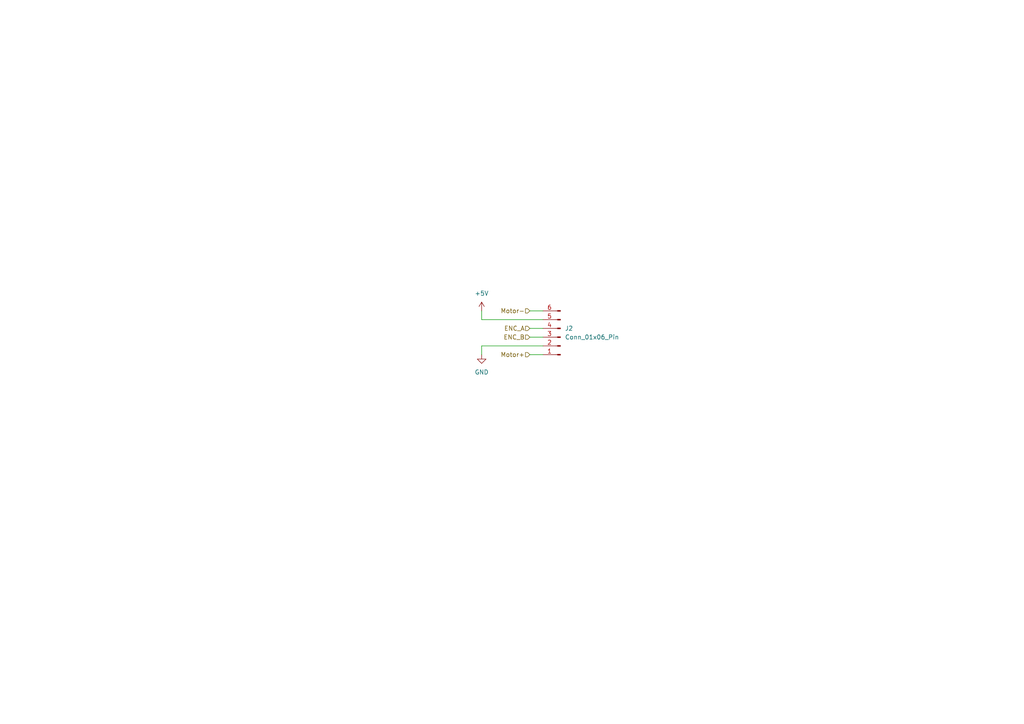
<source format=kicad_sch>
(kicad_sch (version 20250114) (generator "eeschema") (generator_version "9.0")
  (paper "A4")
  (lib_symbols
    (symbol "Connector:Conn_01x06_Pin" (pin_names (offset 1.016) (hide yes))
      (property "Reference" "J" (at 0 7.62 0))
      (property "Value" "Conn_01x06_Pin" (at 0 -10.16 0))
      (symbol "Conn_01x06_Pin_1_1"
        (rectangle (start 0.8636 5.207) (end 0 4.953) (stroke (width 0.1524)) (fill (type outline)))
        (rectangle (start 0.8636 2.667) (end 0 2.413) (stroke (width 0.1524)) (fill (type outline)))
        (rectangle (start 0.8636 0.127) (end 0 -0.127) (stroke (width 0.1524)) (fill (type outline)))
        (rectangle (start 0.8636 -2.413) (end 0 -2.667) (stroke (width 0.1524)) (fill (type outline)))
        (rectangle (start 0.8636 -4.953) (end 0 -5.207) (stroke (width 0.1524)) (fill (type outline)))
        (rectangle (start 0.8636 -7.493) (end 0 -7.747) (stroke (width 0.1524)) (fill (type outline)))
        (polyline (pts (xy 1.27 5.08) (xy 0.8636 5.08)) (stroke (width 0.1524)))
        (polyline (pts (xy 1.27 2.54) (xy 0.8636 2.54)) (stroke (width 0.1524)))
        (polyline (pts (xy 1.27 0) (xy 0.8636 0)) (stroke (width 0.1524)))
        (polyline (pts (xy 1.27 -2.54) (xy 0.8636 -2.54)) (stroke (width 0.1524)))
        (polyline (pts (xy 1.27 -5.08) (xy 0.8636 -5.08)) (stroke (width 0.1524)))
        (polyline (pts (xy 1.27 -7.62) (xy 0.8636 -7.62)) (stroke (width 0.1524)))
        (pin passive line (at 5.08 5.08 180) (length 3.81) (name "Pin_1") (number "1"))
        (pin passive line (at 5.08 2.54 180) (length 3.81) (name "Pin_2") (number "2"))
        (pin passive line (at 5.08 0 180) (length 3.81) (name "Pin_3") (number "3"))
        (pin passive line (at 5.08 -2.54 180) (length 3.81) (name "Pin_4") (number "4"))
        (pin passive line (at 5.08 -5.08 180) (length 3.81) (name "Pin_5") (number "5"))
        (pin passive line (at 5.08 -7.62 180) (length 3.81) (name "Pin_6") (number "6"))
      )
    )
    (symbol "power:+5V" (power) (pin_numbers (hide yes)) (pin_names (offset 0) (hide yes))
      (property "Value" "+5V" (at 0 3.556 0))
      (symbol "+5V_0_1"
        (polyline (pts (xy -0.762 1.27) (xy 0 2.54)))
        (polyline (pts (xy 0 2.54) (xy 0.762 1.27)))
        (polyline (pts (xy 0 0) (xy 0 2.54)))
      )
      (symbol "+5V_1_1"
        (pin power_in line (at 0 0 90) (length 0) (name "~") (number "1"))
      )
    )
    (symbol "power:GND" (power) (pin_numbers (hide yes)) (pin_names (offset 0) (hide yes))
      (property "Value" "GND" (at 0 -3.81 0))
      (symbol "GND_0_1"
        (polyline (pts (xy 0 0) (xy 0 -1.27) (xy 1.27 -1.27) (xy 0 -2.54) (xy -1.27 -1.27) (xy 0 -1.27)))
      )
      (symbol "GND_1_1"
        (pin power_in line (at 0 0 270) (length 0) (name "~") (number "1"))
      )
    )
  )
  (wire (pts (xy 139.7 90.17) (xy 139.7 92.71)))
  (wire (pts (xy 153.67 95.25) (xy 157.48 95.25)))
  (wire (pts (xy 153.67 97.79) (xy 157.48 97.79)))
  (wire (pts (xy 153.67 102.87) (xy 157.48 102.87)))
  (wire (pts (xy 153.67 90.17) (xy 157.48 90.17)))
  (wire (pts (xy 139.7 100.33) (xy 157.48 100.33)))
  (wire (pts (xy 139.7 92.71) (xy 157.48 92.71)))
  (wire (pts (xy 139.7 102.87) (xy 139.7 100.33)))
  (hierarchical_label "ENC_B" (shape input) (at 153.67 97.79 180))
  (hierarchical_label "Motor-" (shape input) (at 153.67 90.17 180))
  (hierarchical_label "Motor+" (shape input) (at 153.67 102.87 180))
  (hierarchical_label "ENC_A" (shape input) (at 153.67 95.25 180))
  (symbol (lib_id "power:GND") (at 139.7 102.87 0) (unit 1)
    (property "Reference" "#PWR09" (effects (hide yes)))
    (property "Value" "GND" (at 139.7 107.95 0))
    (property "Description" "Power symbol creates a global label with name \"GND\" , ground" (effects (hide yes)))
    (instances (project "MotorTreiber" (path "" (reference "#PWR010") (unit 1)) (path "" (reference "#PWR09") (unit 1))))
  )
  (symbol (lib_id "power:+5V") (at 139.7 90.17 0) (unit 1)
    (property "Reference" "#PWR07" (effects (hide yes)))
    (property "Value" "+5V" (at 139.7 85.09 0))
    (property "Description" "Power symbol creates a global label with name \"+5V\"" (effects (hide yes)))
    (instances (project "MotorTreiber" (path "" (reference "#PWR08") (unit 1)) (path "" (reference "#PWR07") (unit 1))))
  )
  (symbol (lib_id "Connector:Conn_01x06_Pin") (at 162.56 97.79 180) (unit 1)
    (property "Reference" "J1" (at 163.83 95.2499 0) (effects (justify right)))
    (property "Value" "Conn_01x06_Pin" (at 163.83 97.7899 0) (effects (justify right)))
    (property "Description" "Generic connector, single row, 01x06, script generated" (effects (hide yes)))
    (instances (project "MotorTreiber" (path "" (reference "J2") (unit 1)) (path "" (reference "J1") (unit 1))))
  )
)
</source>
